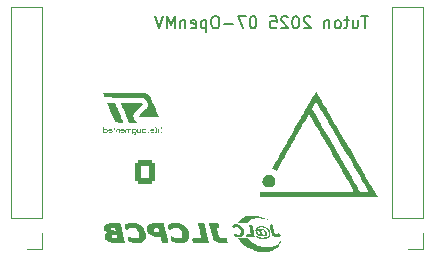
<source format=gbr>
%TF.GenerationSoftware,KiCad,Pcbnew,7.0.9*%
%TF.CreationDate,2025-01-19T19:17:31+09:00*%
%TF.ProjectId,07-OpenMV,30372d4f-7065-46e4-9d56-2e6b69636164,rev?*%
%TF.SameCoordinates,Original*%
%TF.FileFunction,Legend,Bot*%
%TF.FilePolarity,Positive*%
%FSLAX46Y46*%
G04 Gerber Fmt 4.6, Leading zero omitted, Abs format (unit mm)*
G04 Created by KiCad (PCBNEW 7.0.9) date 2025-01-19 19:17:31*
%MOMM*%
%LPD*%
G01*
G04 APERTURE LIST*
G04 Aperture macros list*
%AMRoundRect*
0 Rectangle with rounded corners*
0 $1 Rounding radius*
0 $2 $3 $4 $5 $6 $7 $8 $9 X,Y pos of 4 corners*
0 Add a 4 corners polygon primitive as box body*
4,1,4,$2,$3,$4,$5,$6,$7,$8,$9,$2,$3,0*
0 Add four circle primitives for the rounded corners*
1,1,$1+$1,$2,$3*
1,1,$1+$1,$4,$5*
1,1,$1+$1,$6,$7*
1,1,$1+$1,$8,$9*
0 Add four rect primitives between the rounded corners*
20,1,$1+$1,$2,$3,$4,$5,0*
20,1,$1+$1,$4,$5,$6,$7,0*
20,1,$1+$1,$6,$7,$8,$9,0*
20,1,$1+$1,$8,$9,$2,$3,0*%
G04 Aperture macros list end*
%ADD10C,0.150000*%
%ADD11C,0.120000*%
%ADD12O,1.700000X1.950000*%
%ADD13RoundRect,0.250000X-0.600000X-0.725000X0.600000X-0.725000X0.600000X0.725000X-0.600000X0.725000X0*%
%ADD14C,1.524000*%
%ADD15C,1.800000*%
%ADD16O,1.700000X1.700000*%
%ADD17R,1.700000X1.700000*%
%ADD18R,1.800000X1.800000*%
G04 APERTURE END LIST*
D10*
X128911809Y-81673819D02*
X128340381Y-81673819D01*
X128626095Y-82673819D02*
X128626095Y-81673819D01*
X127578476Y-82007152D02*
X127578476Y-82673819D01*
X128007047Y-82007152D02*
X128007047Y-82530961D01*
X128007047Y-82530961D02*
X127959428Y-82626200D01*
X127959428Y-82626200D02*
X127864190Y-82673819D01*
X127864190Y-82673819D02*
X127721333Y-82673819D01*
X127721333Y-82673819D02*
X127626095Y-82626200D01*
X127626095Y-82626200D02*
X127578476Y-82578580D01*
X127245142Y-82007152D02*
X126864190Y-82007152D01*
X127102285Y-81673819D02*
X127102285Y-82530961D01*
X127102285Y-82530961D02*
X127054666Y-82626200D01*
X127054666Y-82626200D02*
X126959428Y-82673819D01*
X126959428Y-82673819D02*
X126864190Y-82673819D01*
X126387999Y-82673819D02*
X126483237Y-82626200D01*
X126483237Y-82626200D02*
X126530856Y-82578580D01*
X126530856Y-82578580D02*
X126578475Y-82483342D01*
X126578475Y-82483342D02*
X126578475Y-82197628D01*
X126578475Y-82197628D02*
X126530856Y-82102390D01*
X126530856Y-82102390D02*
X126483237Y-82054771D01*
X126483237Y-82054771D02*
X126387999Y-82007152D01*
X126387999Y-82007152D02*
X126245142Y-82007152D01*
X126245142Y-82007152D02*
X126149904Y-82054771D01*
X126149904Y-82054771D02*
X126102285Y-82102390D01*
X126102285Y-82102390D02*
X126054666Y-82197628D01*
X126054666Y-82197628D02*
X126054666Y-82483342D01*
X126054666Y-82483342D02*
X126102285Y-82578580D01*
X126102285Y-82578580D02*
X126149904Y-82626200D01*
X126149904Y-82626200D02*
X126245142Y-82673819D01*
X126245142Y-82673819D02*
X126387999Y-82673819D01*
X125626094Y-82007152D02*
X125626094Y-82673819D01*
X125626094Y-82102390D02*
X125578475Y-82054771D01*
X125578475Y-82054771D02*
X125483237Y-82007152D01*
X125483237Y-82007152D02*
X125340380Y-82007152D01*
X125340380Y-82007152D02*
X125245142Y-82054771D01*
X125245142Y-82054771D02*
X125197523Y-82150009D01*
X125197523Y-82150009D02*
X125197523Y-82673819D01*
X124007046Y-81769057D02*
X123959427Y-81721438D01*
X123959427Y-81721438D02*
X123864189Y-81673819D01*
X123864189Y-81673819D02*
X123626094Y-81673819D01*
X123626094Y-81673819D02*
X123530856Y-81721438D01*
X123530856Y-81721438D02*
X123483237Y-81769057D01*
X123483237Y-81769057D02*
X123435618Y-81864295D01*
X123435618Y-81864295D02*
X123435618Y-81959533D01*
X123435618Y-81959533D02*
X123483237Y-82102390D01*
X123483237Y-82102390D02*
X124054665Y-82673819D01*
X124054665Y-82673819D02*
X123435618Y-82673819D01*
X122816570Y-81673819D02*
X122721332Y-81673819D01*
X122721332Y-81673819D02*
X122626094Y-81721438D01*
X122626094Y-81721438D02*
X122578475Y-81769057D01*
X122578475Y-81769057D02*
X122530856Y-81864295D01*
X122530856Y-81864295D02*
X122483237Y-82054771D01*
X122483237Y-82054771D02*
X122483237Y-82292866D01*
X122483237Y-82292866D02*
X122530856Y-82483342D01*
X122530856Y-82483342D02*
X122578475Y-82578580D01*
X122578475Y-82578580D02*
X122626094Y-82626200D01*
X122626094Y-82626200D02*
X122721332Y-82673819D01*
X122721332Y-82673819D02*
X122816570Y-82673819D01*
X122816570Y-82673819D02*
X122911808Y-82626200D01*
X122911808Y-82626200D02*
X122959427Y-82578580D01*
X122959427Y-82578580D02*
X123007046Y-82483342D01*
X123007046Y-82483342D02*
X123054665Y-82292866D01*
X123054665Y-82292866D02*
X123054665Y-82054771D01*
X123054665Y-82054771D02*
X123007046Y-81864295D01*
X123007046Y-81864295D02*
X122959427Y-81769057D01*
X122959427Y-81769057D02*
X122911808Y-81721438D01*
X122911808Y-81721438D02*
X122816570Y-81673819D01*
X122102284Y-81769057D02*
X122054665Y-81721438D01*
X122054665Y-81721438D02*
X121959427Y-81673819D01*
X121959427Y-81673819D02*
X121721332Y-81673819D01*
X121721332Y-81673819D02*
X121626094Y-81721438D01*
X121626094Y-81721438D02*
X121578475Y-81769057D01*
X121578475Y-81769057D02*
X121530856Y-81864295D01*
X121530856Y-81864295D02*
X121530856Y-81959533D01*
X121530856Y-81959533D02*
X121578475Y-82102390D01*
X121578475Y-82102390D02*
X122149903Y-82673819D01*
X122149903Y-82673819D02*
X121530856Y-82673819D01*
X120626094Y-81673819D02*
X121102284Y-81673819D01*
X121102284Y-81673819D02*
X121149903Y-82150009D01*
X121149903Y-82150009D02*
X121102284Y-82102390D01*
X121102284Y-82102390D02*
X121007046Y-82054771D01*
X121007046Y-82054771D02*
X120768951Y-82054771D01*
X120768951Y-82054771D02*
X120673713Y-82102390D01*
X120673713Y-82102390D02*
X120626094Y-82150009D01*
X120626094Y-82150009D02*
X120578475Y-82245247D01*
X120578475Y-82245247D02*
X120578475Y-82483342D01*
X120578475Y-82483342D02*
X120626094Y-82578580D01*
X120626094Y-82578580D02*
X120673713Y-82626200D01*
X120673713Y-82626200D02*
X120768951Y-82673819D01*
X120768951Y-82673819D02*
X121007046Y-82673819D01*
X121007046Y-82673819D02*
X121102284Y-82626200D01*
X121102284Y-82626200D02*
X121149903Y-82578580D01*
X119197522Y-81673819D02*
X119102284Y-81673819D01*
X119102284Y-81673819D02*
X119007046Y-81721438D01*
X119007046Y-81721438D02*
X118959427Y-81769057D01*
X118959427Y-81769057D02*
X118911808Y-81864295D01*
X118911808Y-81864295D02*
X118864189Y-82054771D01*
X118864189Y-82054771D02*
X118864189Y-82292866D01*
X118864189Y-82292866D02*
X118911808Y-82483342D01*
X118911808Y-82483342D02*
X118959427Y-82578580D01*
X118959427Y-82578580D02*
X119007046Y-82626200D01*
X119007046Y-82626200D02*
X119102284Y-82673819D01*
X119102284Y-82673819D02*
X119197522Y-82673819D01*
X119197522Y-82673819D02*
X119292760Y-82626200D01*
X119292760Y-82626200D02*
X119340379Y-82578580D01*
X119340379Y-82578580D02*
X119387998Y-82483342D01*
X119387998Y-82483342D02*
X119435617Y-82292866D01*
X119435617Y-82292866D02*
X119435617Y-82054771D01*
X119435617Y-82054771D02*
X119387998Y-81864295D01*
X119387998Y-81864295D02*
X119340379Y-81769057D01*
X119340379Y-81769057D02*
X119292760Y-81721438D01*
X119292760Y-81721438D02*
X119197522Y-81673819D01*
X118530855Y-81673819D02*
X117864189Y-81673819D01*
X117864189Y-81673819D02*
X118292760Y-82673819D01*
X117483236Y-82292866D02*
X116721332Y-82292866D01*
X116054665Y-81673819D02*
X115864189Y-81673819D01*
X115864189Y-81673819D02*
X115768951Y-81721438D01*
X115768951Y-81721438D02*
X115673713Y-81816676D01*
X115673713Y-81816676D02*
X115626094Y-82007152D01*
X115626094Y-82007152D02*
X115626094Y-82340485D01*
X115626094Y-82340485D02*
X115673713Y-82530961D01*
X115673713Y-82530961D02*
X115768951Y-82626200D01*
X115768951Y-82626200D02*
X115864189Y-82673819D01*
X115864189Y-82673819D02*
X116054665Y-82673819D01*
X116054665Y-82673819D02*
X116149903Y-82626200D01*
X116149903Y-82626200D02*
X116245141Y-82530961D01*
X116245141Y-82530961D02*
X116292760Y-82340485D01*
X116292760Y-82340485D02*
X116292760Y-82007152D01*
X116292760Y-82007152D02*
X116245141Y-81816676D01*
X116245141Y-81816676D02*
X116149903Y-81721438D01*
X116149903Y-81721438D02*
X116054665Y-81673819D01*
X115197522Y-82007152D02*
X115197522Y-83007152D01*
X115197522Y-82054771D02*
X115102284Y-82007152D01*
X115102284Y-82007152D02*
X114911808Y-82007152D01*
X114911808Y-82007152D02*
X114816570Y-82054771D01*
X114816570Y-82054771D02*
X114768951Y-82102390D01*
X114768951Y-82102390D02*
X114721332Y-82197628D01*
X114721332Y-82197628D02*
X114721332Y-82483342D01*
X114721332Y-82483342D02*
X114768951Y-82578580D01*
X114768951Y-82578580D02*
X114816570Y-82626200D01*
X114816570Y-82626200D02*
X114911808Y-82673819D01*
X114911808Y-82673819D02*
X115102284Y-82673819D01*
X115102284Y-82673819D02*
X115197522Y-82626200D01*
X113911808Y-82626200D02*
X114007046Y-82673819D01*
X114007046Y-82673819D02*
X114197522Y-82673819D01*
X114197522Y-82673819D02*
X114292760Y-82626200D01*
X114292760Y-82626200D02*
X114340379Y-82530961D01*
X114340379Y-82530961D02*
X114340379Y-82150009D01*
X114340379Y-82150009D02*
X114292760Y-82054771D01*
X114292760Y-82054771D02*
X114197522Y-82007152D01*
X114197522Y-82007152D02*
X114007046Y-82007152D01*
X114007046Y-82007152D02*
X113911808Y-82054771D01*
X113911808Y-82054771D02*
X113864189Y-82150009D01*
X113864189Y-82150009D02*
X113864189Y-82245247D01*
X113864189Y-82245247D02*
X114340379Y-82340485D01*
X113435617Y-82007152D02*
X113435617Y-82673819D01*
X113435617Y-82102390D02*
X113387998Y-82054771D01*
X113387998Y-82054771D02*
X113292760Y-82007152D01*
X113292760Y-82007152D02*
X113149903Y-82007152D01*
X113149903Y-82007152D02*
X113054665Y-82054771D01*
X113054665Y-82054771D02*
X113007046Y-82150009D01*
X113007046Y-82150009D02*
X113007046Y-82673819D01*
X112530855Y-82673819D02*
X112530855Y-81673819D01*
X112530855Y-81673819D02*
X112197522Y-82388104D01*
X112197522Y-82388104D02*
X111864189Y-81673819D01*
X111864189Y-81673819D02*
X111864189Y-82673819D01*
X111530855Y-81673819D02*
X111197522Y-82673819D01*
X111197522Y-82673819D02*
X110864189Y-81673819D01*
%TO.C,G\u002A\u002A\u002A*%
G36*
X111195877Y-91055823D02*
G01*
X111205898Y-91090315D01*
X111200540Y-91118278D01*
X111178714Y-91128371D01*
X111168680Y-91122967D01*
X111151531Y-91090315D01*
X111153461Y-91078968D01*
X111178714Y-91052258D01*
X111195877Y-91055823D01*
G37*
G36*
X110344875Y-91448433D02*
G01*
X110358026Y-91492126D01*
X110343283Y-91532495D01*
X110310133Y-91546701D01*
X110264458Y-91539981D01*
X110234519Y-91512687D01*
X110231833Y-91502335D01*
X110242800Y-91460502D01*
X110277745Y-91431084D01*
X110321300Y-91428914D01*
X110344875Y-91448433D01*
G37*
G36*
X111187884Y-91181225D02*
G01*
X111212880Y-91188617D01*
X111240119Y-91210162D01*
X111244126Y-91232343D01*
X111218583Y-91242541D01*
X111215828Y-91242632D01*
X111196517Y-91254083D01*
X111186814Y-91290946D01*
X111184151Y-91362147D01*
X111186971Y-91433336D01*
X111197099Y-91471015D01*
X111216771Y-91481753D01*
X111231983Y-91485542D01*
X111249391Y-91514373D01*
X111247812Y-91523751D01*
X111222889Y-91541606D01*
X111162404Y-91546993D01*
X111123249Y-91544292D01*
X111083299Y-91530851D01*
X111076545Y-91510849D01*
X111108038Y-91489617D01*
X111112804Y-91487273D01*
X111129333Y-91463404D01*
X111138091Y-91412194D01*
X111140658Y-91325688D01*
X111140716Y-91296342D01*
X111142505Y-91229074D01*
X111149004Y-91193458D01*
X111163151Y-91180504D01*
X111187884Y-91181225D01*
G37*
G36*
X109645663Y-91179442D02*
G01*
X109657954Y-91209873D01*
X109663274Y-91266630D01*
X109662167Y-91337236D01*
X109655178Y-91409218D01*
X109642851Y-91470101D01*
X109625731Y-91507411D01*
X109599989Y-91527941D01*
X109551349Y-91541405D01*
X109473505Y-91542510D01*
X109357439Y-91537653D01*
X109357439Y-91357477D01*
X109357552Y-91337239D01*
X109360990Y-91253649D01*
X109368519Y-91197704D01*
X109379185Y-91177301D01*
X109385491Y-91181460D01*
X109396553Y-91215877D01*
X109400932Y-91273745D01*
X109409942Y-91378454D01*
X109439881Y-91455008D01*
X109490759Y-91493528D01*
X109537199Y-91494822D01*
X109580458Y-91460907D01*
X109608450Y-91392689D01*
X109618398Y-91294498D01*
X109620232Y-91247513D01*
X109628130Y-91196941D01*
X109640144Y-91177301D01*
X109645663Y-91179442D01*
G37*
G36*
X107856925Y-91186759D02*
G01*
X107856925Y-91366876D01*
X107856812Y-91387068D01*
X107853375Y-91470649D01*
X107845846Y-91526590D01*
X107835178Y-91546993D01*
X107826229Y-91536331D01*
X107817007Y-91492887D01*
X107813432Y-91427387D01*
X107811191Y-91367429D01*
X107798064Y-91306194D01*
X107769939Y-91264287D01*
X107729730Y-91230037D01*
X107694861Y-91224917D01*
X107650651Y-91250492D01*
X107630184Y-91273171D01*
X107611240Y-91326417D01*
X107600388Y-91413591D01*
X107600070Y-91417894D01*
X107590105Y-91499968D01*
X107577674Y-91539334D01*
X107565466Y-91536437D01*
X107556169Y-91491723D01*
X107552473Y-91405640D01*
X107553947Y-91350446D01*
X107568233Y-91264522D01*
X107601936Y-91211735D01*
X107660205Y-91186199D01*
X107748194Y-91182028D01*
X107856925Y-91186759D01*
G37*
G36*
X111448246Y-91073967D02*
G01*
X111466856Y-91090315D01*
X111463176Y-91100319D01*
X111434237Y-91112061D01*
X111418162Y-91119649D01*
X111408079Y-91147934D01*
X111403009Y-91204494D01*
X111401617Y-91296907D01*
X111402956Y-91387996D01*
X111407947Y-91445135D01*
X111417928Y-91473861D01*
X111434237Y-91481753D01*
X111449449Y-91485542D01*
X111466856Y-91514373D01*
X111466792Y-91516416D01*
X111447811Y-91539666D01*
X111392027Y-91546993D01*
X111350943Y-91543551D01*
X111310805Y-91529346D01*
X111299499Y-91509563D01*
X111324125Y-91490146D01*
X111326704Y-91489033D01*
X111342298Y-91472578D01*
X111351911Y-91436309D01*
X111356776Y-91372351D01*
X111358124Y-91272834D01*
X111358134Y-91241619D01*
X111358937Y-91157472D01*
X111362594Y-91106287D01*
X111371284Y-91079870D01*
X111387190Y-91070028D01*
X111412490Y-91068568D01*
X111448246Y-91073967D01*
G37*
G36*
X107414549Y-91082066D02*
G01*
X107421993Y-91122934D01*
X107428475Y-91158357D01*
X107453330Y-91177301D01*
X107457021Y-91177379D01*
X107492140Y-91190646D01*
X107497017Y-91215468D01*
X107467675Y-91235667D01*
X107467286Y-91235770D01*
X107443135Y-91246763D01*
X107429463Y-91270532D01*
X107423379Y-91317303D01*
X107421993Y-91397303D01*
X107419175Y-91473223D01*
X107411450Y-91526910D01*
X107400247Y-91546993D01*
X107400226Y-91546993D01*
X107389075Y-91526813D01*
X107381374Y-91472855D01*
X107378500Y-91394767D01*
X107378488Y-91382650D01*
X107376948Y-91307402D01*
X107370959Y-91265168D01*
X107357864Y-91246648D01*
X107335007Y-91242541D01*
X107309644Y-91236486D01*
X107291514Y-91209921D01*
X107299587Y-91190898D01*
X107335007Y-91177301D01*
X107368307Y-91165567D01*
X107378500Y-91122934D01*
X107383899Y-91087178D01*
X107400247Y-91068568D01*
X107414549Y-91082066D01*
G37*
G36*
X110913264Y-91065575D02*
G01*
X110949706Y-91099471D01*
X111004742Y-91163951D01*
X111023187Y-91192257D01*
X111030300Y-91227950D01*
X111010178Y-91242541D01*
X111001229Y-91253203D01*
X110992007Y-91296646D01*
X110988432Y-91362147D01*
X110990370Y-91411370D01*
X110998269Y-91462091D01*
X111010178Y-91481753D01*
X111020182Y-91485433D01*
X111031925Y-91514373D01*
X111031787Y-91517344D01*
X111012106Y-91539919D01*
X110955812Y-91546993D01*
X110948880Y-91546934D01*
X110896204Y-91538499D01*
X110879699Y-91514373D01*
X110882152Y-91499367D01*
X110901446Y-91481753D01*
X110910395Y-91471091D01*
X110919617Y-91427647D01*
X110923192Y-91362147D01*
X110921254Y-91312924D01*
X110913355Y-91262203D01*
X110901446Y-91242541D01*
X110898695Y-91242379D01*
X110881312Y-91224894D01*
X110884572Y-91193509D01*
X110906882Y-91169606D01*
X110917932Y-91153412D01*
X110891741Y-91124219D01*
X110864834Y-91093449D01*
X110873256Y-91066312D01*
X110888838Y-91057378D01*
X110913264Y-91065575D01*
G37*
G36*
X108635578Y-89006623D02*
G01*
X108861876Y-89007833D01*
X109736347Y-89013517D01*
X109769795Y-89075023D01*
X109803243Y-89136530D01*
X109460847Y-89466462D01*
X109355774Y-89568690D01*
X109248495Y-89677175D01*
X109167503Y-89766445D01*
X109109251Y-89841847D01*
X109070190Y-89908729D01*
X109046771Y-89972437D01*
X109035448Y-90038318D01*
X109032672Y-90111719D01*
X109041546Y-90219705D01*
X109087576Y-90368891D01*
X109173115Y-90500114D01*
X109298453Y-90613921D01*
X109387213Y-90678218D01*
X109021763Y-90672237D01*
X108656313Y-90666256D01*
X108322582Y-89861633D01*
X108298031Y-89802373D01*
X108226654Y-89629264D01*
X108161338Y-89469662D01*
X108103869Y-89328006D01*
X108056030Y-89208732D01*
X108019604Y-89116278D01*
X107996375Y-89055081D01*
X107988128Y-89029580D01*
X107989294Y-89026624D01*
X108004460Y-89020136D01*
X108039794Y-89014996D01*
X108098627Y-89011121D01*
X108184291Y-89008430D01*
X108300117Y-89006838D01*
X108449435Y-89006263D01*
X108635578Y-89006623D01*
G37*
G36*
X110811331Y-91344896D02*
G01*
X110807181Y-91422024D01*
X110761081Y-91493615D01*
X110739962Y-91511696D01*
X110664378Y-91543948D01*
X110583834Y-91540635D01*
X110512670Y-91501313D01*
X110482546Y-91468291D01*
X110477140Y-91445698D01*
X110504788Y-91446010D01*
X110562196Y-91471228D01*
X110573694Y-91477373D01*
X110619906Y-91497897D01*
X110652830Y-91496691D01*
X110692806Y-91474221D01*
X110715812Y-91458129D01*
X110744065Y-91428306D01*
X110734440Y-91408739D01*
X110685208Y-91398026D01*
X110594636Y-91394767D01*
X110440052Y-91394767D01*
X110454654Y-91334964D01*
X110466029Y-91303048D01*
X110522029Y-91303048D01*
X110528337Y-91319435D01*
X110561710Y-91327423D01*
X110630296Y-91329527D01*
X110706131Y-91324470D01*
X110743606Y-91310305D01*
X110740897Y-91288634D01*
X110696457Y-91261061D01*
X110678636Y-91254387D01*
X110614746Y-91247938D01*
X110557463Y-91263232D01*
X110523962Y-91296719D01*
X110522029Y-91303048D01*
X110466029Y-91303048D01*
X110470822Y-91289601D01*
X110526609Y-91222350D01*
X110612508Y-91186159D01*
X110656424Y-91181707D01*
X110699059Y-91195941D01*
X110748348Y-91238324D01*
X110773778Y-91267223D01*
X110794607Y-91310305D01*
X110811331Y-91344896D01*
G37*
G36*
X110130375Y-91403213D02*
G01*
X110084016Y-91480084D01*
X110060961Y-91505281D01*
X110010481Y-91538376D01*
X109943947Y-91546993D01*
X109929377Y-91546637D01*
X109874888Y-91538479D01*
X109845302Y-91522924D01*
X109833829Y-91511248D01*
X109813830Y-91525710D01*
X109807574Y-91534736D01*
X109784035Y-91546371D01*
X109765454Y-91519089D01*
X109753259Y-91456483D01*
X109750421Y-91395382D01*
X109817501Y-91395382D01*
X109857610Y-91460006D01*
X109897255Y-91488740D01*
X109944596Y-91503500D01*
X109965664Y-91501069D01*
X110020354Y-91470672D01*
X110059215Y-91416667D01*
X110074493Y-91353277D01*
X110058433Y-91294726D01*
X110020213Y-91257345D01*
X109957320Y-91234588D01*
X109895666Y-91245031D01*
X109857861Y-91270787D01*
X109818106Y-91329367D01*
X109817501Y-91395382D01*
X109750421Y-91395382D01*
X109748877Y-91362147D01*
X109749147Y-91336913D01*
X109755488Y-91250917D01*
X109769069Y-91195841D01*
X109788324Y-91175851D01*
X109811685Y-91195113D01*
X109822784Y-91205285D01*
X109858184Y-91198233D01*
X109926564Y-91177110D01*
X110004236Y-91191572D01*
X110076748Y-91240868D01*
X110094637Y-91260196D01*
X110133952Y-91331126D01*
X110132853Y-91353277D01*
X110130375Y-91403213D01*
G37*
G36*
X108292061Y-91346546D02*
G01*
X108282884Y-91423381D01*
X108238479Y-91493615D01*
X108206452Y-91519513D01*
X108127821Y-91547338D01*
X108045457Y-91537031D01*
X107970724Y-91488796D01*
X107958996Y-91476470D01*
X107933876Y-91438526D01*
X107941166Y-91422168D01*
X107975355Y-91429712D01*
X108030938Y-91463474D01*
X108035692Y-91466977D01*
X108081100Y-91495966D01*
X108114467Y-91499789D01*
X108155319Y-91481236D01*
X108185602Y-91462872D01*
X108219967Y-91431875D01*
X108213676Y-91410726D01*
X108165999Y-91398623D01*
X108076203Y-91394767D01*
X108038764Y-91394674D01*
X107973647Y-91392632D01*
X107938777Y-91385492D01*
X107924751Y-91370116D01*
X107922165Y-91343366D01*
X107929733Y-91310443D01*
X107987404Y-91310443D01*
X107998061Y-91318295D01*
X108041505Y-91326389D01*
X108107011Y-91329527D01*
X108156222Y-91327827D01*
X108206951Y-91320895D01*
X108226617Y-91310443D01*
X108208487Y-91276788D01*
X108163127Y-91248710D01*
X108107011Y-91237104D01*
X108052124Y-91248220D01*
X108006332Y-91276034D01*
X107987404Y-91310443D01*
X107929733Y-91310443D01*
X107932742Y-91297356D01*
X107975529Y-91238248D01*
X108039251Y-91194435D01*
X108110965Y-91177301D01*
X108150579Y-91181497D01*
X108221674Y-91215098D01*
X108270246Y-91273616D01*
X108281262Y-91310443D01*
X108292061Y-91346546D01*
G37*
G36*
X106846642Y-91403213D02*
G01*
X106800283Y-91480084D01*
X106793739Y-91487477D01*
X106725395Y-91534951D01*
X106647644Y-91548761D01*
X106574451Y-91526061D01*
X106555953Y-91517875D01*
X106527953Y-91529180D01*
X106520233Y-91537217D01*
X106489322Y-91537622D01*
X106485005Y-91532536D01*
X106474257Y-91489802D01*
X106467494Y-91409402D01*
X106467229Y-91396592D01*
X106535618Y-91396592D01*
X106573877Y-91460006D01*
X106613522Y-91488740D01*
X106660863Y-91503500D01*
X106700509Y-91492588D01*
X106747850Y-91460006D01*
X106761023Y-91445282D01*
X106789808Y-91383826D01*
X106786351Y-91323752D01*
X106757554Y-91273471D01*
X106710322Y-91241392D01*
X106651558Y-91235927D01*
X106588167Y-91265485D01*
X106582387Y-91270212D01*
X106538669Y-91330419D01*
X106535618Y-91396592D01*
X106467229Y-91396592D01*
X106465144Y-91295624D01*
X106465389Y-91237200D01*
X106467655Y-91152869D01*
X106473133Y-91101344D01*
X106482832Y-91075589D01*
X106497764Y-91068568D01*
X106501269Y-91068761D01*
X106523455Y-91088849D01*
X106530384Y-91145446D01*
X106532754Y-91194243D01*
X106544521Y-91210114D01*
X106572447Y-91199813D01*
X106634685Y-91179101D01*
X106716435Y-91189074D01*
X106793016Y-91240868D01*
X106810904Y-91260196D01*
X106850219Y-91331126D01*
X106847604Y-91383826D01*
X106846642Y-91403213D01*
G37*
G36*
X107269767Y-91351030D02*
G01*
X107266337Y-91382496D01*
X107236054Y-91458678D01*
X107184666Y-91519118D01*
X107166777Y-91530473D01*
X107094826Y-91547160D01*
X107016720Y-91532575D01*
X106948635Y-91488796D01*
X106940547Y-91480428D01*
X106912751Y-91440669D01*
X106917979Y-91422311D01*
X106950665Y-91428107D01*
X107005243Y-91460809D01*
X107008784Y-91463378D01*
X107077642Y-91493741D01*
X107138107Y-91484581D01*
X107183569Y-91436787D01*
X107188092Y-91427901D01*
X107191852Y-91409580D01*
X107175880Y-91399651D01*
X107132258Y-91395563D01*
X107053067Y-91394767D01*
X107009480Y-91394656D01*
X106947428Y-91392471D01*
X106914816Y-91384817D01*
X106902184Y-91368271D01*
X106900076Y-91339412D01*
X106905345Y-91308282D01*
X106965315Y-91308282D01*
X106975755Y-91316961D01*
X107018951Y-91326015D01*
X107084239Y-91329527D01*
X107113801Y-91329305D01*
X107168282Y-91325579D01*
X107190877Y-91315134D01*
X107190006Y-91295241D01*
X107182537Y-91280698D01*
X107137762Y-91244868D01*
X107076711Y-91234349D01*
X107016747Y-91253337D01*
X106981696Y-91282036D01*
X106965315Y-91308282D01*
X106905345Y-91308282D01*
X106906174Y-91303382D01*
X106943768Y-91241500D01*
X107004352Y-91195392D01*
X107074733Y-91177301D01*
X107077347Y-91177336D01*
X107141294Y-91195417D01*
X107203674Y-91238404D01*
X107250996Y-91294281D01*
X107257894Y-91315134D01*
X107269767Y-91351030D01*
G37*
G36*
X107233102Y-89002507D02*
G01*
X107332152Y-89006089D01*
X107415958Y-89011872D01*
X107475625Y-89019802D01*
X107502260Y-89029827D01*
X107503810Y-89032424D01*
X107521677Y-89069454D01*
X107552547Y-89139268D01*
X107594292Y-89236660D01*
X107644783Y-89356421D01*
X107701893Y-89493344D01*
X107763493Y-89642221D01*
X107827454Y-89797845D01*
X107891650Y-89955009D01*
X107953951Y-90108504D01*
X108012230Y-90253123D01*
X108064358Y-90383659D01*
X108108207Y-90494905D01*
X108141649Y-90581651D01*
X108162556Y-90638692D01*
X108168800Y-90660820D01*
X108165052Y-90663360D01*
X108128561Y-90670385D01*
X108062954Y-90675288D01*
X107979122Y-90677130D01*
X107939102Y-90676702D01*
X107794246Y-90664660D01*
X107676342Y-90632994D01*
X107574064Y-90577588D01*
X107476085Y-90494324D01*
X107462132Y-90480367D01*
X107432611Y-90448807D01*
X107405618Y-90414999D01*
X107378786Y-90374191D01*
X107349747Y-90321626D01*
X107316134Y-90252553D01*
X107275582Y-90162215D01*
X107225723Y-90045861D01*
X107164189Y-89898734D01*
X107088615Y-89716083D01*
X107043682Y-89606923D01*
X106981335Y-89454370D01*
X106925958Y-89317580D01*
X106879499Y-89201432D01*
X106843902Y-89110805D01*
X106821117Y-89050578D01*
X106813089Y-89025629D01*
X106820478Y-89019524D01*
X106862338Y-89011283D01*
X106933425Y-89005516D01*
X107024844Y-89002167D01*
X107127701Y-89001182D01*
X107233102Y-89002507D01*
G37*
G36*
X108567878Y-91201062D02*
G01*
X108589037Y-91213114D01*
X108634133Y-91202081D01*
X108643101Y-91198105D01*
X108698728Y-91186000D01*
X108766947Y-91182941D01*
X108857267Y-91186543D01*
X108857267Y-91366768D01*
X108857154Y-91387042D01*
X108853715Y-91470641D01*
X108846186Y-91526589D01*
X108835521Y-91546993D01*
X108825809Y-91533552D01*
X108817111Y-91486932D01*
X108813774Y-91418067D01*
X108813228Y-91385647D01*
X108803126Y-91302197D01*
X108779601Y-91254967D01*
X108750873Y-91229070D01*
X108723839Y-91224028D01*
X108681865Y-91243306D01*
X108668318Y-91252284D01*
X108650567Y-91278810D01*
X108642016Y-91326482D01*
X108639802Y-91406405D01*
X108639578Y-91437362D01*
X108635692Y-91503682D01*
X108625522Y-91537518D01*
X108607182Y-91546993D01*
X108599999Y-91546027D01*
X108584611Y-91529281D01*
X108576760Y-91485447D01*
X108574562Y-91406405D01*
X108574045Y-91360850D01*
X108568951Y-91298793D01*
X108556057Y-91263313D01*
X108532498Y-91243306D01*
X108494954Y-91225316D01*
X108467206Y-91226810D01*
X108434763Y-91254967D01*
X108425289Y-91267079D01*
X108406599Y-91324918D01*
X108400589Y-91419879D01*
X108400578Y-91424366D01*
X108394800Y-91503847D01*
X108381455Y-91542043D01*
X108364924Y-91539414D01*
X108349587Y-91496418D01*
X108339825Y-91413513D01*
X108339279Y-91341183D01*
X108350960Y-91283554D01*
X108379460Y-91235822D01*
X108395189Y-91218797D01*
X108453812Y-91184235D01*
X108516697Y-91177342D01*
X108567878Y-91201062D01*
G37*
G36*
X109283090Y-91438785D02*
G01*
X109240551Y-91496205D01*
X109180344Y-91534968D01*
X109108190Y-91547064D01*
X109029810Y-91524481D01*
X109029454Y-91524291D01*
X108995413Y-91514250D01*
X108990846Y-91533397D01*
X109016626Y-91578174D01*
X109027322Y-91589965D01*
X109081072Y-91614238D01*
X109146074Y-91611010D01*
X109204675Y-91580099D01*
X109244546Y-91552327D01*
X109273829Y-91550038D01*
X109275945Y-91574785D01*
X109243640Y-91619275D01*
X109208301Y-91648120D01*
X109131685Y-91678010D01*
X109055430Y-91673007D01*
X108990171Y-91635018D01*
X108946541Y-91565953D01*
X108937335Y-91534121D01*
X108925533Y-91461990D01*
X108922107Y-91397766D01*
X108995146Y-91397766D01*
X109029923Y-91458689D01*
X109070878Y-91491487D01*
X109116714Y-91499015D01*
X109178502Y-91476747D01*
X109217813Y-91443277D01*
X109244938Y-91382649D01*
X109241347Y-91319969D01*
X109216890Y-91287597D01*
X109172517Y-91251364D01*
X109172513Y-91251362D01*
X109130952Y-91228001D01*
X109099872Y-91229705D01*
X109057179Y-91257685D01*
X109041864Y-91270282D01*
X108999590Y-91331542D01*
X108995146Y-91397766D01*
X108922107Y-91397766D01*
X108921378Y-91384098D01*
X108924013Y-91308642D01*
X108932582Y-91243818D01*
X108946227Y-91197824D01*
X108964090Y-91178857D01*
X108985316Y-91195113D01*
X108996414Y-91205285D01*
X109031814Y-91198233D01*
X109091268Y-91178970D01*
X109168715Y-91188337D01*
X109240969Y-91228849D01*
X109247481Y-91234689D01*
X109292277Y-91300016D01*
X109302240Y-91370718D01*
X109298883Y-91382649D01*
X109283090Y-91438785D01*
G37*
G36*
X108346407Y-88177277D02*
G01*
X108668194Y-88177627D01*
X108949708Y-88178232D01*
X109193564Y-88179133D01*
X109402378Y-88180374D01*
X109578763Y-88181998D01*
X109725336Y-88184047D01*
X109844710Y-88186564D01*
X109939501Y-88189593D01*
X110012325Y-88193175D01*
X110065795Y-88197354D01*
X110102527Y-88202173D01*
X110125137Y-88207674D01*
X110147331Y-88216158D01*
X110260626Y-88275638D01*
X110362583Y-88353656D01*
X110437270Y-88438433D01*
X110452832Y-88468506D01*
X110483291Y-88534282D01*
X110526015Y-88629912D01*
X110578760Y-88750111D01*
X110639281Y-88889593D01*
X110705332Y-89043075D01*
X110774668Y-89205271D01*
X110845044Y-89370898D01*
X110914214Y-89534669D01*
X110979934Y-89691300D01*
X111039958Y-89835507D01*
X111092041Y-89962005D01*
X111133938Y-90065509D01*
X111163403Y-90140734D01*
X111178191Y-90182395D01*
X111178217Y-90182485D01*
X111178839Y-90192219D01*
X111171886Y-90200136D01*
X111153367Y-90206422D01*
X111119292Y-90211264D01*
X111065670Y-90214849D01*
X110988509Y-90217364D01*
X110883820Y-90218995D01*
X110747610Y-90219929D01*
X110575890Y-90220352D01*
X110364667Y-90220452D01*
X110276014Y-90220401D01*
X110063166Y-90219720D01*
X109889828Y-90218174D01*
X109753093Y-90215675D01*
X109650052Y-90212132D01*
X109577798Y-90207458D01*
X109533421Y-90201562D01*
X109514014Y-90194356D01*
X109504215Y-90183628D01*
X109489319Y-90156245D01*
X109489863Y-90124263D01*
X109508692Y-90083635D01*
X109548653Y-90030313D01*
X109612591Y-89960249D01*
X109703352Y-89869394D01*
X109823782Y-89753701D01*
X109941319Y-89640833D01*
X110032720Y-89549937D01*
X110099935Y-89478431D01*
X110147197Y-89421562D01*
X110178739Y-89374580D01*
X110198795Y-89332732D01*
X110224222Y-89235899D01*
X110234910Y-89113193D01*
X110227097Y-88992449D01*
X110200700Y-88892329D01*
X110197185Y-88884356D01*
X110130764Y-88776723D01*
X110038477Y-88677836D01*
X109935782Y-88604487D01*
X109920348Y-88596415D01*
X109902636Y-88588516D01*
X109881487Y-88581721D01*
X109853820Y-88575933D01*
X109816552Y-88571054D01*
X109766604Y-88566986D01*
X109700894Y-88563634D01*
X109616340Y-88560898D01*
X109509862Y-88558683D01*
X109378378Y-88556889D01*
X109218807Y-88555422D01*
X109028068Y-88554182D01*
X108803080Y-88553072D01*
X108540761Y-88551996D01*
X108238031Y-88550856D01*
X107941806Y-88549522D01*
X107642303Y-88547603D01*
X107378499Y-88545257D01*
X107151506Y-88542501D01*
X106962440Y-88539355D01*
X106812412Y-88535837D01*
X106702536Y-88531966D01*
X106633926Y-88527762D01*
X106607695Y-88523242D01*
X106602833Y-88517293D01*
X106580327Y-88476846D01*
X106552272Y-88414579D01*
X106523418Y-88342755D01*
X106498518Y-88273639D01*
X106482322Y-88219494D01*
X106479583Y-88192583D01*
X106485617Y-88191328D01*
X106528707Y-88188891D01*
X106610438Y-88186607D01*
X106727565Y-88184505D01*
X106876844Y-88182613D01*
X107055028Y-88180959D01*
X107258873Y-88179570D01*
X107485133Y-88178475D01*
X107730564Y-88177701D01*
X107991920Y-88177276D01*
X108265957Y-88177228D01*
X108346407Y-88177277D01*
G37*
G36*
X119227023Y-98554088D02*
G01*
X119349251Y-98561425D01*
X119581938Y-98589624D01*
X119807700Y-98639232D01*
X120044278Y-98714607D01*
X120309409Y-98820110D01*
X120427932Y-98872090D01*
X120524450Y-98918187D01*
X120569255Y-98945411D01*
X120561844Y-98953198D01*
X120501715Y-98940988D01*
X120388363Y-98908220D01*
X120244286Y-98866566D01*
X119985799Y-98809958D01*
X119736336Y-98783034D01*
X119471401Y-98782432D01*
X119398854Y-98786424D01*
X119180195Y-98815755D01*
X119002288Y-98872254D01*
X118855377Y-98959869D01*
X118729707Y-99082548D01*
X118623094Y-99210091D01*
X118225115Y-99210091D01*
X118076617Y-99209202D01*
X117956269Y-99205621D01*
X117879551Y-99198606D01*
X117838995Y-99187432D01*
X117827136Y-99171371D01*
X117837933Y-99143146D01*
X117886302Y-99080983D01*
X117963682Y-99002071D01*
X118059242Y-98916010D01*
X118162150Y-98832400D01*
X118261574Y-98760840D01*
X118346682Y-98710929D01*
X118414388Y-98679583D01*
X118596633Y-98611317D01*
X118781066Y-98569740D01*
X118985318Y-98551711D01*
X119227023Y-98554088D01*
G37*
G36*
X120792201Y-99302349D02*
G01*
X120820092Y-99322365D01*
X120842069Y-99365093D01*
X120862581Y-99438979D01*
X120886077Y-99552466D01*
X120917008Y-99714000D01*
X120938765Y-99822311D01*
X120965273Y-99941853D01*
X120988227Y-100032407D01*
X121004307Y-100080057D01*
X121004308Y-100080057D01*
X121063360Y-100138872D01*
X121143563Y-100149634D01*
X121231533Y-100110546D01*
X121310018Y-100052519D01*
X121401418Y-100110390D01*
X121416301Y-100120092D01*
X121470781Y-100161668D01*
X121492818Y-100189258D01*
X121492716Y-100191422D01*
X121466445Y-100235545D01*
X121406248Y-100287911D01*
X121330251Y-100335126D01*
X121256579Y-100363799D01*
X121132772Y-100375196D01*
X120985232Y-100347312D01*
X120857836Y-100278241D01*
X120765214Y-100173645D01*
X120748826Y-100134407D01*
X120720962Y-100044565D01*
X120688333Y-99923153D01*
X120654237Y-99784271D01*
X120621975Y-99642017D01*
X120594845Y-99510489D01*
X120576148Y-99403787D01*
X120569182Y-99336008D01*
X120571231Y-99326048D01*
X120608675Y-99303763D01*
X120697123Y-99296682D01*
X120700879Y-99296677D01*
X120753946Y-99296601D01*
X120792201Y-99302349D01*
G37*
G36*
X119005981Y-99297118D02*
G01*
X119071312Y-99300532D01*
X119097136Y-99306227D01*
X119101265Y-99329379D01*
X119115172Y-99401006D01*
X119137124Y-99511921D01*
X119165289Y-99652877D01*
X119197835Y-99814621D01*
X119225346Y-99955062D01*
X119252142Y-100102107D01*
X119271675Y-100221534D01*
X119282387Y-100303723D01*
X119282722Y-100339054D01*
X119249377Y-100348980D01*
X119170154Y-100357118D01*
X119056920Y-100362617D01*
X118921537Y-100364636D01*
X118576162Y-100364636D01*
X118546835Y-100287500D01*
X118530484Y-100237168D01*
X118529290Y-100183880D01*
X118562812Y-100152447D01*
X118638624Y-100137515D01*
X118764299Y-100133727D01*
X118785315Y-100133694D01*
X118884986Y-100132504D01*
X118955052Y-100129954D01*
X118981453Y-100126511D01*
X118981430Y-100126265D01*
X118975232Y-100094147D01*
X118959628Y-100017248D01*
X118936891Y-99906685D01*
X118909294Y-99773574D01*
X118901788Y-99737500D01*
X118868128Y-99572852D01*
X118847196Y-99455344D01*
X118839956Y-99377027D01*
X118847375Y-99329952D01*
X118870420Y-99306169D01*
X118910056Y-99297729D01*
X118967250Y-99296682D01*
X119005981Y-99297118D01*
G37*
G36*
X117931984Y-99311057D02*
G01*
X118077550Y-99380323D01*
X118206884Y-99480789D01*
X118309695Y-99607951D01*
X118375691Y-99757307D01*
X118379121Y-99770048D01*
X118402623Y-99945377D01*
X118379101Y-100098518D01*
X118311720Y-100223420D01*
X118203646Y-100314036D01*
X118058045Y-100364314D01*
X118044672Y-100366376D01*
X117901743Y-100367404D01*
X117750789Y-100339003D01*
X117623209Y-100286774D01*
X117619606Y-100284633D01*
X117556439Y-100236231D01*
X117544202Y-100188581D01*
X117578680Y-100126511D01*
X117586355Y-100116747D01*
X117627658Y-100082695D01*
X117679022Y-100083737D01*
X117758894Y-100119118D01*
X117855971Y-100155477D01*
X117955996Y-100150444D01*
X118044926Y-100091744D01*
X118063292Y-100071073D01*
X118109770Y-99967594D01*
X118108010Y-99841426D01*
X118057762Y-99700218D01*
X118036141Y-99662848D01*
X117947268Y-99566925D01*
X117838875Y-99511729D01*
X117723809Y-99501853D01*
X117614915Y-99541888D01*
X117604022Y-99548895D01*
X117561503Y-99567396D01*
X117523804Y-99553770D01*
X117469677Y-99502210D01*
X117390312Y-99419370D01*
X117466437Y-99359490D01*
X117500802Y-99335481D01*
X117633319Y-99284134D01*
X117780476Y-99277493D01*
X117931984Y-99311057D01*
G37*
G36*
X118901739Y-100662138D02*
G01*
X119032869Y-100784956D01*
X119175040Y-100892118D01*
X119328045Y-100977715D01*
X119457062Y-101037361D01*
X119615528Y-101099283D01*
X119768647Y-101141971D01*
X119932098Y-101168619D01*
X120121557Y-101182423D01*
X120352705Y-101186580D01*
X120452438Y-101186647D01*
X120593391Y-101185537D01*
X120696095Y-101181326D01*
X120773063Y-101172224D01*
X120836803Y-101156443D01*
X120899825Y-101132197D01*
X120974640Y-101097697D01*
X121164158Y-100991641D01*
X121330981Y-100853763D01*
X121454133Y-100691306D01*
X121483223Y-100644504D01*
X121521841Y-100592548D01*
X121542898Y-100578276D01*
X121543475Y-100579113D01*
X121541220Y-100615557D01*
X121524495Y-100690489D01*
X121496614Y-100788842D01*
X121469767Y-100866012D01*
X121357421Y-101077954D01*
X121198452Y-101256512D01*
X120992610Y-101401879D01*
X120739641Y-101514245D01*
X120439295Y-101593802D01*
X120280895Y-101616046D01*
X119987185Y-101620473D01*
X119675136Y-101584877D01*
X119356298Y-101512159D01*
X119042218Y-101405219D01*
X118744446Y-101266959D01*
X118474531Y-101100280D01*
X118386729Y-101032256D01*
X118253179Y-100912829D01*
X118123461Y-100780992D01*
X118012130Y-100651815D01*
X117933743Y-100540372D01*
X117881600Y-100451227D01*
X118286755Y-100451227D01*
X118691911Y-100451227D01*
X118901739Y-100662138D01*
G37*
G36*
X114813521Y-99181372D02*
G01*
X114922323Y-99184147D01*
X114988610Y-99192067D01*
X115023743Y-99207231D01*
X115039087Y-99231739D01*
X115052486Y-99276839D01*
X115084113Y-99391167D01*
X115122387Y-99536745D01*
X115165210Y-99704855D01*
X115210485Y-99886782D01*
X115256116Y-100073806D01*
X115300005Y-100257212D01*
X115340056Y-100428282D01*
X115374170Y-100578298D01*
X115400252Y-100698544D01*
X115416204Y-100780303D01*
X115419929Y-100814857D01*
X115413593Y-100823167D01*
X115386965Y-100834589D01*
X115334769Y-100843075D01*
X115250575Y-100849007D01*
X115127953Y-100852769D01*
X114960472Y-100854745D01*
X114741703Y-100855318D01*
X114079004Y-100855318D01*
X114044031Y-100699045D01*
X114028108Y-100625591D01*
X114018278Y-100551825D01*
X114028650Y-100502497D01*
X114066730Y-100472691D01*
X114140023Y-100457489D01*
X114256034Y-100451973D01*
X114422266Y-100451227D01*
X114540469Y-100450941D01*
X114657483Y-100449024D01*
X114731801Y-100444249D01*
X114772086Y-100435410D01*
X114787001Y-100421300D01*
X114785208Y-100400716D01*
X114770703Y-100349557D01*
X114742613Y-100243176D01*
X114708319Y-100107785D01*
X114670359Y-99954007D01*
X114631273Y-99792465D01*
X114593600Y-99633783D01*
X114559879Y-99488583D01*
X114532649Y-99367491D01*
X114514449Y-99281128D01*
X114507818Y-99240119D01*
X114510302Y-99216457D01*
X114526236Y-99197258D01*
X114566738Y-99186669D01*
X114642858Y-99182167D01*
X114765646Y-99181227D01*
X114813521Y-99181372D01*
G37*
G36*
X115850476Y-99187544D02*
G01*
X116221517Y-99195659D01*
X116258884Y-99339977D01*
X116277792Y-99415098D01*
X116292422Y-99494128D01*
X116285931Y-99536393D01*
X116255007Y-99553349D01*
X116196341Y-99556455D01*
X116175964Y-99556547D01*
X116133485Y-99560453D01*
X116108373Y-99576599D01*
X116100009Y-99613727D01*
X116107769Y-99680575D01*
X116131032Y-99785882D01*
X116169177Y-99938387D01*
X116212291Y-100099639D01*
X116254454Y-100231404D01*
X116295284Y-100324760D01*
X116339098Y-100389406D01*
X116390212Y-100435043D01*
X116392144Y-100436364D01*
X116472244Y-100466005D01*
X116583505Y-100478730D01*
X116702449Y-100473691D01*
X116805597Y-100450041D01*
X116865695Y-100436332D01*
X116915044Y-100455321D01*
X116952820Y-100517451D01*
X116986310Y-100629975D01*
X116994712Y-100665194D01*
X117012953Y-100753832D01*
X117013631Y-100805320D01*
X116994674Y-100834051D01*
X116954011Y-100854419D01*
X116880915Y-100870391D01*
X116765994Y-100879446D01*
X116627864Y-100881241D01*
X116483765Y-100875999D01*
X116350938Y-100863944D01*
X116246625Y-100845296D01*
X116066366Y-100776038D01*
X115911313Y-100663708D01*
X115799002Y-100514972D01*
X115775215Y-100460403D01*
X115739930Y-100359635D01*
X115698719Y-100227686D01*
X115654089Y-100074162D01*
X115608547Y-99908669D01*
X115564598Y-99740816D01*
X115524750Y-99580208D01*
X115491510Y-99436452D01*
X115467384Y-99319154D01*
X115454879Y-99237922D01*
X115456501Y-99202362D01*
X115458316Y-99201116D01*
X115501427Y-99193411D01*
X115588939Y-99188287D01*
X115709179Y-99186186D01*
X115850476Y-99187544D01*
G37*
G36*
X112752685Y-99172082D02*
G01*
X112928254Y-99195334D01*
X113069039Y-99234063D01*
X113292293Y-99350244D01*
X113476037Y-99506528D01*
X113616310Y-99700255D01*
X113711521Y-99929705D01*
X113744695Y-100080283D01*
X113752334Y-100285300D01*
X113714255Y-100469275D01*
X113632853Y-100626212D01*
X113510525Y-100750118D01*
X113349665Y-100835000D01*
X113232477Y-100863717D01*
X113057217Y-100880476D01*
X112863864Y-100877949D01*
X112672148Y-100856561D01*
X112501795Y-100816737D01*
X112299750Y-100752201D01*
X112244792Y-100542661D01*
X112231587Y-100490696D01*
X112211249Y-100392080D01*
X112209000Y-100331994D01*
X112223865Y-100299090D01*
X112262062Y-100280083D01*
X112317020Y-100301983D01*
X112355768Y-100325535D01*
X112572180Y-100430973D01*
X112772612Y-100481813D01*
X112958358Y-100478412D01*
X112960742Y-100478003D01*
X113059363Y-100449873D01*
X113122207Y-100399190D01*
X113157636Y-100314563D01*
X113174010Y-100184599D01*
X113167436Y-100032302D01*
X113116783Y-99863248D01*
X113023201Y-99723344D01*
X112891049Y-99621262D01*
X112774334Y-99575514D01*
X112601833Y-99556348D01*
X112428945Y-99586877D01*
X112270497Y-99666032D01*
X112215757Y-99702257D01*
X112143191Y-99742749D01*
X112097667Y-99758500D01*
X112096466Y-99758438D01*
X112066664Y-99730293D01*
X112032584Y-99661447D01*
X111999665Y-99567336D01*
X111973343Y-99463393D01*
X111959057Y-99365055D01*
X111958437Y-99338890D01*
X111971129Y-99298053D01*
X112013289Y-99265179D01*
X112097705Y-99227587D01*
X112204808Y-99196443D01*
X112372208Y-99172512D01*
X112561085Y-99164433D01*
X112752685Y-99172082D01*
G37*
G36*
X111784934Y-99938707D02*
G01*
X111846506Y-100182793D01*
X111895672Y-100381577D01*
X111933261Y-100538513D01*
X111960100Y-100657055D01*
X111977017Y-100740655D01*
X111984838Y-100792767D01*
X111984393Y-100816845D01*
X111970057Y-100833419D01*
X111926447Y-100846443D01*
X111845285Y-100851313D01*
X111716626Y-100849233D01*
X111464489Y-100840886D01*
X111429230Y-100711000D01*
X111422882Y-100687534D01*
X111391259Y-100569033D01*
X111362282Y-100458443D01*
X111330593Y-100335773D01*
X111122444Y-100335430D01*
X110951114Y-100325951D01*
X110726511Y-100282475D01*
X110530516Y-100206995D01*
X110369712Y-100103080D01*
X110250682Y-99974302D01*
X110180008Y-99824232D01*
X110164708Y-99760151D01*
X110162079Y-99716068D01*
X110735845Y-99716068D01*
X110765883Y-99799598D01*
X110812183Y-99855546D01*
X110871826Y-99903260D01*
X110896306Y-99913545D01*
X110976961Y-99935296D01*
X111073872Y-99951592D01*
X111081482Y-99952486D01*
X111158198Y-99958230D01*
X111202018Y-99947022D01*
X111217232Y-99909212D01*
X111208132Y-99835156D01*
X111179008Y-99715205D01*
X111168938Y-99677774D01*
X111143105Y-99607895D01*
X111110588Y-99574157D01*
X111059552Y-99561313D01*
X111052751Y-99560557D01*
X110921583Y-99561594D01*
X110820504Y-99591541D01*
X110756321Y-99644874D01*
X110735845Y-99716068D01*
X110162079Y-99716068D01*
X110155501Y-99605768D01*
X110195511Y-99471521D01*
X110287182Y-99346515D01*
X110290115Y-99343469D01*
X110358030Y-99287305D01*
X110443504Y-99244899D01*
X110554510Y-99214670D01*
X110699023Y-99195036D01*
X110885017Y-99184416D01*
X111120467Y-99181227D01*
X111590366Y-99181227D01*
X111618330Y-99289466D01*
X111621262Y-99300815D01*
X111710128Y-99645865D01*
X111777400Y-99909212D01*
X111784934Y-99938707D01*
G37*
G36*
X109144734Y-99170272D02*
G01*
X109233479Y-99177860D01*
X109305624Y-99193341D01*
X109376760Y-99219325D01*
X109462475Y-99258420D01*
X109611440Y-99341821D01*
X109800095Y-99496824D01*
X109944267Y-99683417D01*
X110040325Y-99896510D01*
X110084640Y-100131011D01*
X110087075Y-100222195D01*
X110080025Y-100349302D01*
X110063033Y-100451227D01*
X110036834Y-100521035D01*
X109949701Y-100650623D01*
X109826746Y-100760310D01*
X109682397Y-100835529D01*
X109560493Y-100864804D01*
X109386449Y-100880595D01*
X109195012Y-100877695D01*
X109005939Y-100856524D01*
X108838987Y-100817506D01*
X108639814Y-100753739D01*
X108587444Y-100566404D01*
X108561555Y-100469973D01*
X108541936Y-100389216D01*
X108534060Y-100346077D01*
X108542268Y-100315188D01*
X108588175Y-100301038D01*
X108675677Y-100323137D01*
X108806281Y-100381680D01*
X108867339Y-100411409D01*
X108974237Y-100454118D01*
X109072068Y-100474736D01*
X109187264Y-100480091D01*
X109253018Y-100479189D01*
X109337669Y-100470839D01*
X109394756Y-100449300D01*
X109443562Y-100409244D01*
X109464599Y-100384097D01*
X109507854Y-100279991D01*
X109518015Y-100147064D01*
X109495183Y-99999214D01*
X109439460Y-99850340D01*
X109362989Y-99728698D01*
X109247044Y-99625696D01*
X109102073Y-99570918D01*
X108923210Y-99561644D01*
X108903792Y-99562972D01*
X108788833Y-99578082D01*
X108699845Y-99609351D01*
X108609161Y-99665968D01*
X108545141Y-99710063D01*
X108468469Y-99749201D01*
X108416893Y-99744826D01*
X108379362Y-99693906D01*
X108344829Y-99593406D01*
X108329586Y-99540348D01*
X108300485Y-99425147D01*
X108293295Y-99348358D01*
X108310900Y-99297882D01*
X108356182Y-99261624D01*
X108432023Y-99227485D01*
X108459552Y-99216941D01*
X108540219Y-99193417D01*
X108634525Y-99178612D01*
X108757132Y-99170751D01*
X108922705Y-99168059D01*
X109023803Y-99167968D01*
X109144734Y-99170272D01*
G37*
G36*
X108129216Y-99992276D02*
G01*
X108137348Y-100024143D01*
X108188416Y-100228041D01*
X108233273Y-100413539D01*
X108248682Y-100480091D01*
X108270228Y-100573150D01*
X108297588Y-100699389D01*
X108313660Y-100784768D01*
X108316751Y-100821803D01*
X108316511Y-100822394D01*
X108299940Y-100835603D01*
X108258934Y-100844952D01*
X108186843Y-100850752D01*
X108077018Y-100853317D01*
X107922810Y-100852960D01*
X107717570Y-100849994D01*
X107702676Y-100849726D01*
X107504838Y-100845668D01*
X107354544Y-100840945D01*
X107242241Y-100834542D01*
X107158376Y-100825442D01*
X107093394Y-100812632D01*
X107037742Y-100795096D01*
X106981866Y-100771819D01*
X106870152Y-100709968D01*
X106748456Y-100606376D01*
X106661420Y-100487059D01*
X106612146Y-100360872D01*
X106607603Y-100293779D01*
X107190886Y-100293779D01*
X107194171Y-100333419D01*
X107222363Y-100385069D01*
X107291909Y-100429535D01*
X107316271Y-100440181D01*
X107425326Y-100468919D01*
X107546759Y-100480046D01*
X107700587Y-100480091D01*
X107680184Y-100386284D01*
X107664283Y-100316334D01*
X107637934Y-100231631D01*
X107604431Y-100185882D01*
X107553039Y-100167642D01*
X107473021Y-100165468D01*
X107439330Y-100166373D01*
X107316989Y-100176005D01*
X107240867Y-100197691D01*
X107201865Y-100235570D01*
X107190886Y-100293779D01*
X106607603Y-100293779D01*
X106603736Y-100236673D01*
X106639293Y-100123317D01*
X106721917Y-100029660D01*
X106790364Y-99978029D01*
X106665910Y-99858781D01*
X106624492Y-99817891D01*
X106571212Y-99753346D01*
X106547107Y-99693132D01*
X106544655Y-99659828D01*
X107118727Y-99659828D01*
X107129421Y-99705541D01*
X107177281Y-99758942D01*
X107194917Y-99766977D01*
X107265136Y-99787513D01*
X107350967Y-99803004D01*
X107434462Y-99811389D01*
X107497675Y-99810608D01*
X107522657Y-99798600D01*
X107522192Y-99792659D01*
X107511916Y-99740827D01*
X107492437Y-99664693D01*
X107489125Y-99652926D01*
X107464259Y-99588315D01*
X107426701Y-99561790D01*
X107355496Y-99556849D01*
X107289221Y-99558674D01*
X107189566Y-99573610D01*
X107135203Y-99606255D01*
X107118727Y-99659828D01*
X106544655Y-99659828D01*
X106541455Y-99616367D01*
X106541600Y-99603667D01*
X106568892Y-99460754D01*
X106644870Y-99347329D01*
X106771733Y-99259989D01*
X106793582Y-99249563D01*
X106846216Y-99228640D01*
X106905602Y-99213418D01*
X106981938Y-99202725D01*
X107085416Y-99195390D01*
X107226231Y-99190241D01*
X107414580Y-99186106D01*
X107563018Y-99183873D01*
X107708468Y-99182887D01*
X107823712Y-99183443D01*
X107899582Y-99185489D01*
X107926909Y-99188972D01*
X107927113Y-99190327D01*
X107936235Y-99229150D01*
X107957594Y-99315487D01*
X107989382Y-99442154D01*
X108029788Y-99601964D01*
X108077002Y-99787733D01*
X108079776Y-99798600D01*
X108129216Y-99992276D01*
G37*
G36*
X120365429Y-100136029D02*
G01*
X120319367Y-100225261D01*
X120314057Y-100230712D01*
X120239142Y-100268830D01*
X120142398Y-100275716D01*
X120049491Y-100249104D01*
X120015860Y-100235863D01*
X119977526Y-100249104D01*
X119962743Y-100263341D01*
X119899270Y-100277809D01*
X119807823Y-100268979D01*
X119703924Y-100240566D01*
X119603095Y-100196282D01*
X119520860Y-100139842D01*
X119490789Y-100108106D01*
X119424804Y-100007003D01*
X119375981Y-99890966D01*
X119356909Y-99787080D01*
X119373168Y-99682603D01*
X119436367Y-99563791D01*
X119537795Y-99478141D01*
X119620931Y-99447272D01*
X119761359Y-99426592D01*
X119917686Y-99428080D01*
X120068891Y-99451185D01*
X120193955Y-99495356D01*
X120320383Y-99572527D01*
X120469794Y-99711686D01*
X120568190Y-99877668D01*
X120615781Y-100070758D01*
X120618232Y-100104534D01*
X120597866Y-100247335D01*
X120527444Y-100364534D01*
X120409910Y-100452626D01*
X120248211Y-100508105D01*
X120189510Y-100516784D01*
X120069280Y-100523652D01*
X119948614Y-100520369D01*
X119895616Y-100514204D01*
X119772813Y-100487339D01*
X119656427Y-100447053D01*
X119556421Y-100398642D01*
X119482756Y-100347402D01*
X119445397Y-100298629D01*
X119454306Y-100257619D01*
X119483691Y-100259440D01*
X119550127Y-100282954D01*
X119637763Y-100323427D01*
X119702329Y-100354367D01*
X119794701Y-100387399D01*
X119891925Y-100402760D01*
X120020267Y-100406130D01*
X120193635Y-100395000D01*
X120327330Y-100359255D01*
X120416820Y-100295384D01*
X120466957Y-100199850D01*
X120482591Y-100069117D01*
X120469054Y-99968144D01*
X120409598Y-99826958D01*
X120312971Y-99702546D01*
X120190318Y-99612327D01*
X120185203Y-99609750D01*
X120047906Y-99559614D01*
X119899821Y-99534843D01*
X119760926Y-99537078D01*
X119651193Y-99567966D01*
X119621999Y-99584095D01*
X119526644Y-99663538D01*
X119485716Y-99758509D01*
X119497407Y-99872586D01*
X119501371Y-99884409D01*
X119540369Y-99958741D01*
X119598192Y-100034998D01*
X119662564Y-100100412D01*
X119721209Y-100142213D01*
X119761851Y-100147633D01*
X119765436Y-100120257D01*
X119748753Y-100054497D01*
X119714277Y-99966600D01*
X119702021Y-99939290D01*
X119674643Y-99878049D01*
X119865860Y-99878049D01*
X119892425Y-99975562D01*
X119963691Y-100076691D01*
X119980161Y-100093479D01*
X120060694Y-100151513D01*
X120128949Y-100163873D01*
X120176259Y-100131382D01*
X120193955Y-100054860D01*
X120193615Y-100042175D01*
X120172131Y-99950297D01*
X120124627Y-99868186D01*
X120061503Y-99804199D01*
X119993160Y-99766693D01*
X119929998Y-99764023D01*
X119882417Y-99804547D01*
X119865860Y-99878049D01*
X119674643Y-99878049D01*
X119648168Y-99818827D01*
X119616583Y-99740747D01*
X119607158Y-99695900D01*
X119619787Y-99675135D01*
X119654360Y-99669302D01*
X119710771Y-99669251D01*
X119721778Y-99669201D01*
X119840197Y-99667581D01*
X119955585Y-99664570D01*
X120066748Y-99681608D01*
X120173619Y-99737532D01*
X120263942Y-99821755D01*
X120330698Y-99923457D01*
X120366866Y-100031822D01*
X120366548Y-100054860D01*
X120365429Y-100136029D01*
G37*
G36*
X120559865Y-95075712D02*
G01*
X120618713Y-95081408D01*
X120668332Y-95094096D01*
X120721089Y-95116082D01*
X120831040Y-95181746D01*
X120920925Y-95268841D01*
X120990350Y-95378755D01*
X120997488Y-95393401D01*
X121020906Y-95446740D01*
X121034239Y-95493283D01*
X121040229Y-95545761D01*
X121041616Y-95616908D01*
X121040575Y-95677045D01*
X121034956Y-95736251D01*
X121022422Y-95785865D01*
X121000707Y-95838142D01*
X120961241Y-95910435D01*
X120879150Y-96012163D01*
X120776273Y-96090387D01*
X120651793Y-96145828D01*
X120625401Y-96152625D01*
X120554014Y-96161497D01*
X120471967Y-96162121D01*
X120384952Y-96151414D01*
X120263795Y-96111637D01*
X120157051Y-96045107D01*
X120067485Y-95953704D01*
X119997860Y-95839312D01*
X119979533Y-95796676D01*
X119965159Y-95747541D01*
X119958218Y-95691726D01*
X119956415Y-95616908D01*
X119956471Y-95598134D01*
X119958679Y-95532435D01*
X119966123Y-95482460D01*
X119981543Y-95435477D01*
X120007682Y-95378755D01*
X120074930Y-95271555D01*
X120164209Y-95183870D01*
X120276943Y-95116082D01*
X120319126Y-95097928D01*
X120368376Y-95083451D01*
X120424217Y-95076456D01*
X120499016Y-95074638D01*
X120559865Y-95075712D01*
G37*
G36*
X129450236Y-96526097D02*
G01*
X129499375Y-96610842D01*
X129534031Y-96670607D01*
X129553556Y-96704276D01*
X129698438Y-96954080D01*
X124713402Y-96954080D01*
X119728366Y-96954080D01*
X119728366Y-96733895D01*
X119728366Y-96513709D01*
X123724475Y-96513709D01*
X124000817Y-96513682D01*
X124382637Y-96513551D01*
X124749060Y-96513315D01*
X125099083Y-96512978D01*
X125431702Y-96512543D01*
X125745914Y-96512013D01*
X126040715Y-96511393D01*
X126315101Y-96510685D01*
X126568068Y-96509894D01*
X126798613Y-96509022D01*
X127005733Y-96508074D01*
X127188423Y-96507052D01*
X127345681Y-96505961D01*
X127476501Y-96504804D01*
X127579881Y-96503585D01*
X127654817Y-96502307D01*
X127700305Y-96500973D01*
X127715342Y-96499588D01*
X127706958Y-96484230D01*
X127683615Y-96443148D01*
X127646162Y-96377823D01*
X127595429Y-96289683D01*
X127532245Y-96180158D01*
X127457441Y-96050679D01*
X127371848Y-95902673D01*
X127276295Y-95737570D01*
X127171612Y-95556800D01*
X127058630Y-95361792D01*
X126938179Y-95153976D01*
X126811089Y-94934780D01*
X126678190Y-94705633D01*
X126540313Y-94467967D01*
X126398287Y-94223209D01*
X126252943Y-93972789D01*
X126105111Y-93718136D01*
X125955621Y-93460680D01*
X125805304Y-93201850D01*
X125654989Y-92943076D01*
X125505507Y-92685786D01*
X125357688Y-92431410D01*
X125212362Y-92181378D01*
X125070359Y-91937118D01*
X124932509Y-91700060D01*
X124799644Y-91471634D01*
X124672592Y-91253269D01*
X124552184Y-91046394D01*
X124439251Y-90852438D01*
X124334621Y-90672831D01*
X124239127Y-90509002D01*
X124153597Y-90362381D01*
X124078862Y-90234396D01*
X124015752Y-90126478D01*
X123965097Y-90040055D01*
X123927728Y-89976557D01*
X123904475Y-89937413D01*
X123896167Y-89924053D01*
X123894896Y-89925777D01*
X123881141Y-89948653D01*
X123852987Y-89997038D01*
X123811223Y-90069544D01*
X123756639Y-90164783D01*
X123690024Y-90281369D01*
X123612166Y-90417914D01*
X123523855Y-90573031D01*
X123425879Y-90745332D01*
X123319029Y-90933430D01*
X123204092Y-91135937D01*
X123081858Y-91351467D01*
X122953117Y-91578631D01*
X122818656Y-91816043D01*
X122679265Y-92062315D01*
X122535734Y-92316059D01*
X122486379Y-92403335D01*
X122343958Y-92655142D01*
X122205868Y-92899230D01*
X122072906Y-93134194D01*
X121945867Y-93358631D01*
X121825548Y-93571136D01*
X121712744Y-93770302D01*
X121608253Y-93954727D01*
X121512869Y-94123006D01*
X121427390Y-94273733D01*
X121352611Y-94405504D01*
X121289329Y-94516914D01*
X121238339Y-94606559D01*
X121200438Y-94673034D01*
X121176422Y-94714934D01*
X121167087Y-94730856D01*
X121165625Y-94732710D01*
X121153626Y-94738318D01*
X121132013Y-94734555D01*
X121096475Y-94719675D01*
X121042696Y-94691931D01*
X120966364Y-94649577D01*
X120947626Y-94638932D01*
X120883171Y-94601103D01*
X120831807Y-94569066D01*
X120798368Y-94545925D01*
X120787686Y-94534785D01*
X120805939Y-94502333D01*
X120871014Y-94386768D01*
X120947345Y-94251377D01*
X121034123Y-94097588D01*
X121130538Y-93926834D01*
X121235778Y-93740544D01*
X121349035Y-93540148D01*
X121469496Y-93327078D01*
X121596352Y-93102764D01*
X121728792Y-92868636D01*
X121866005Y-92626124D01*
X122007183Y-92376660D01*
X122151513Y-92121673D01*
X122298186Y-91862595D01*
X122446391Y-91600855D01*
X122595317Y-91337884D01*
X122744155Y-91075113D01*
X122892094Y-90813971D01*
X123038323Y-90555891D01*
X123182033Y-90302301D01*
X123322411Y-90054632D01*
X123458649Y-89814316D01*
X123589936Y-89582782D01*
X123651691Y-89473898D01*
X124147808Y-89473898D01*
X124150544Y-89479029D01*
X124167350Y-89508695D01*
X124198892Y-89563750D01*
X124244511Y-89643053D01*
X124303545Y-89745465D01*
X124375334Y-89869842D01*
X124459218Y-90015043D01*
X124554537Y-90179928D01*
X124660629Y-90363355D01*
X124776835Y-90564182D01*
X124902493Y-90781269D01*
X125036943Y-91013473D01*
X125179525Y-91259653D01*
X125329579Y-91518668D01*
X125486443Y-91789377D01*
X125649458Y-92070638D01*
X125817963Y-92361310D01*
X125991296Y-92660251D01*
X126168799Y-92966320D01*
X126273102Y-93146182D01*
X126448305Y-93448441D01*
X126618950Y-93743003D01*
X126784375Y-94028721D01*
X126943919Y-94304447D01*
X127096921Y-94569035D01*
X127242720Y-94821337D01*
X127380655Y-95060206D01*
X127510064Y-95284494D01*
X127630286Y-95493055D01*
X127740660Y-95684741D01*
X127840525Y-95858406D01*
X127929220Y-96012901D01*
X128006084Y-96147079D01*
X128070455Y-96259794D01*
X128121672Y-96349898D01*
X128159074Y-96416244D01*
X128182001Y-96457684D01*
X128189790Y-96473071D01*
X128188179Y-96482533D01*
X128170130Y-96503293D01*
X128177050Y-96505229D01*
X128211103Y-96507303D01*
X128269251Y-96509159D01*
X128347581Y-96510702D01*
X128442183Y-96511836D01*
X128549145Y-96512467D01*
X128947819Y-96513709D01*
X128917674Y-96462594D01*
X128916175Y-96460033D01*
X128901174Y-96434229D01*
X128871241Y-96382664D01*
X128827022Y-96306452D01*
X128769164Y-96206707D01*
X128698312Y-96084545D01*
X128615113Y-95941080D01*
X128520214Y-95777428D01*
X128414261Y-95594702D01*
X128297900Y-95394018D01*
X128171777Y-95176491D01*
X128036540Y-94943235D01*
X127892834Y-94695365D01*
X127741306Y-94433996D01*
X127582602Y-94160242D01*
X127417368Y-93875220D01*
X127246251Y-93580042D01*
X127069897Y-93275825D01*
X126888953Y-92963683D01*
X126704065Y-92644731D01*
X126643974Y-92541069D01*
X126460592Y-92224752D01*
X126281480Y-91915849D01*
X126107276Y-91615458D01*
X125938620Y-91324682D01*
X125776150Y-91044618D01*
X125620505Y-90776369D01*
X125472325Y-90521033D01*
X125332248Y-90279712D01*
X125200913Y-90053505D01*
X125078959Y-89843513D01*
X124967024Y-89650835D01*
X124865749Y-89476572D01*
X124775771Y-89321825D01*
X124697730Y-89187692D01*
X124632264Y-89075275D01*
X124580012Y-88985674D01*
X124541614Y-88919988D01*
X124517708Y-88879319D01*
X124508933Y-88864766D01*
X124505754Y-88866752D01*
X124489175Y-88888958D01*
X124461206Y-88931589D01*
X124424579Y-88990037D01*
X124382027Y-89059693D01*
X124336283Y-89135946D01*
X124290080Y-89214187D01*
X124246149Y-89289808D01*
X124207224Y-89358199D01*
X124176037Y-89414750D01*
X124155321Y-89454853D01*
X124147808Y-89473898D01*
X123651691Y-89473898D01*
X123715461Y-89361460D01*
X123834415Y-89151782D01*
X123945985Y-88955178D01*
X124049363Y-88773078D01*
X124143737Y-88606913D01*
X124228298Y-88458114D01*
X124302234Y-88328109D01*
X124364736Y-88218331D01*
X124414992Y-88130210D01*
X124452194Y-88065176D01*
X124475529Y-88024660D01*
X124484188Y-88010091D01*
X124486122Y-88010902D01*
X124496098Y-88023332D01*
X124514541Y-88050667D01*
X124541812Y-88093523D01*
X124578274Y-88152519D01*
X124624289Y-88228272D01*
X124680218Y-88321398D01*
X124746425Y-88432516D01*
X124823270Y-88562242D01*
X124911117Y-88711194D01*
X125010327Y-88879990D01*
X125121263Y-89069247D01*
X125244286Y-89279582D01*
X125379758Y-89511612D01*
X125528042Y-89765956D01*
X125689500Y-90043229D01*
X125864494Y-90344051D01*
X126053386Y-90669037D01*
X126256538Y-91018806D01*
X126474313Y-91393974D01*
X126707072Y-91795160D01*
X126955177Y-92222980D01*
X127025713Y-92344632D01*
X127222096Y-92683329D01*
X127414993Y-93016013D01*
X127603757Y-93341569D01*
X127787742Y-93658882D01*
X127966300Y-93966835D01*
X128138785Y-94264313D01*
X128304549Y-94550201D01*
X128462946Y-94823381D01*
X128613329Y-95082739D01*
X128755050Y-95327158D01*
X128887463Y-95555523D01*
X129009920Y-95766719D01*
X129121776Y-95959629D01*
X129222382Y-96133137D01*
X129311092Y-96286129D01*
X129387259Y-96417487D01*
X129443053Y-96513709D01*
X129450236Y-96526097D01*
G37*
D11*
%TO.C,J2*%
X133588000Y-101330000D02*
X133588000Y-100000000D01*
X130928000Y-98730000D02*
X133588000Y-98730000D01*
X133588000Y-98730000D02*
X133588000Y-80890000D01*
X130928000Y-80890000D02*
X133588000Y-80890000D01*
X130928000Y-98730000D02*
X130928000Y-80890000D01*
X132258000Y-101330000D02*
X133588000Y-101330000D01*
%TO.C,J1*%
X100000000Y-101330000D02*
X101330000Y-101330000D01*
X98670000Y-98730000D02*
X98670000Y-80890000D01*
X98670000Y-80890000D02*
X101330000Y-80890000D01*
X101330000Y-98730000D02*
X101330000Y-80890000D01*
X98670000Y-98730000D02*
X101330000Y-98730000D01*
X101330000Y-101330000D02*
X101330000Y-100000000D01*
%TD*%
%LPC*%
D12*
%TO.C,J3*%
X117542000Y-94848000D03*
X115042000Y-94848000D03*
X112542000Y-94848000D03*
D13*
X110042000Y-94848000D03*
%TD*%
D14*
%TO.C,SW2*%
X120310000Y-86360000D03*
X122310000Y-86360000D03*
X124310000Y-86360000D03*
D15*
X118110000Y-86360000D03*
X126510000Y-86360000D03*
%TD*%
D14*
%TO.C,SW1*%
X107728000Y-86360000D03*
X109728000Y-86360000D03*
X111728000Y-86360000D03*
D15*
X105528000Y-86360000D03*
X113928000Y-86360000D03*
%TD*%
D16*
%TO.C,J4*%
X128270000Y-100330000D03*
X125730000Y-100330000D03*
D17*
X123190000Y-100330000D03*
%TD*%
%TO.C,J2*%
X132258000Y-100000000D03*
D16*
X132258000Y-97460000D03*
X132258000Y-94920000D03*
X132258000Y-92380000D03*
X132258000Y-89840000D03*
X132258000Y-87300000D03*
X132258000Y-84760000D03*
X132258000Y-82220000D03*
%TD*%
%TO.C,J1*%
X100000000Y-82220000D03*
X100000000Y-84760000D03*
X100000000Y-87300000D03*
X100000000Y-89840000D03*
X100000000Y-92380000D03*
X100000000Y-94920000D03*
X100000000Y-97460000D03*
D17*
X100000000Y-100000000D03*
%TD*%
D15*
%TO.C,D2*%
X104140000Y-98303000D03*
D18*
X104140000Y-100843000D03*
%TD*%
D15*
%TO.C,D1*%
X104140000Y-92456000D03*
D18*
X104140000Y-94996000D03*
%TD*%
%LPD*%
M02*

</source>
